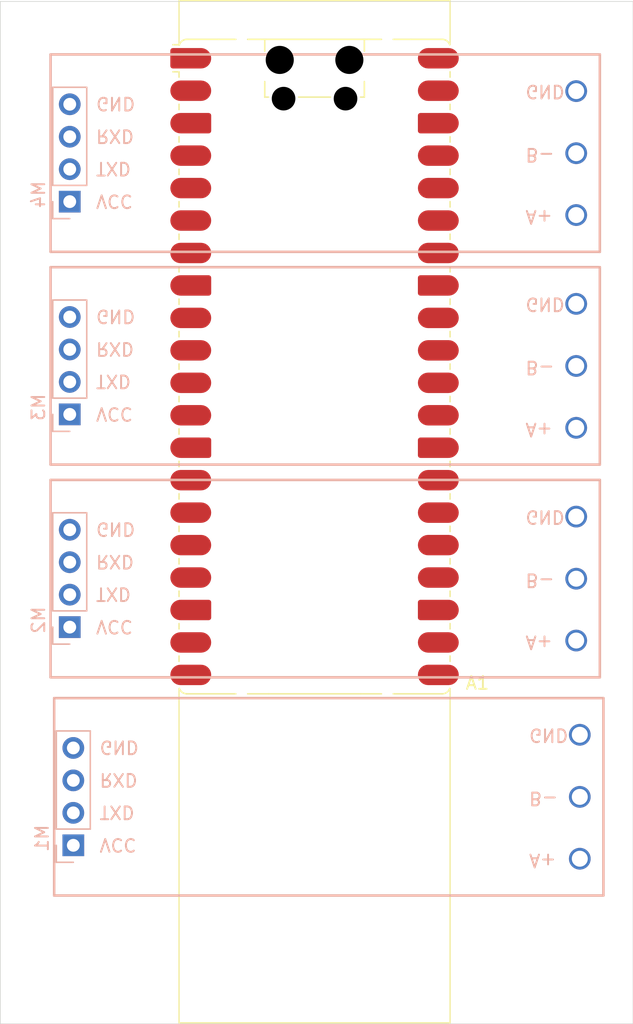
<source format=kicad_pcb>
(kicad_pcb (version 20241229) (generator "pcbnew") (generator_version "9.0")
  (layers (0 "F.Cu" signal) (2 "B.Cu" signal) (13 "F.Paste" user) (15 "B.Paste" user) (5 "F.SilkS" user "F.Silkscreen") (7 "B.SilkS" user "B.Silkscreen") (1 "F.Mask" user) (3 "B.Mask" user) (25 "Edge.Cuts" user))
  (net 0 "")
  (net 10 "Net-(A1-GND-Pad13)")
  (footprint "Module:RaspberryPi_Pico_Common_SMD" (layer "F.Cu") (at 157.315 86.995)
    (property "Reference" "A1" (at 11.7475 24.765 0) (layer "F.SilkS") (effects (justify left)))
    (property "Value" "RaspberryPi_Pico")
    (fp_line (start -10.61 -28.64) (end -10.61 -25.146) (stroke (width 0.1)) (layer "F.SilkS"))
    (fp_line (start -10.61 -23.07) (end -11.09 -23.07) (stroke (width 0.12)) (layer "F.SilkS"))
    (fp_line (start -10.61 -23.07) (end -10.61 -22.65) (stroke (width 0.12)) (layer "F.SilkS"))
    (fp_line (start -10.61 -20.53) (end -10.61 -20.11) (stroke (width 0.12)) (layer "F.SilkS"))
    (fp_line (start -10.61 -17.99) (end -10.61 -17.57) (stroke (width 0.12)) (layer "F.SilkS"))
    (fp_line (start -10.61 -15.45) (end -10.61 -15.03) (stroke (width 0.12)) (layer "F.SilkS"))
    (fp_line (start -10.61 -12.91) (end -10.61 -12.49) (stroke (width 0.12)) (layer "F.SilkS"))
    (fp_line (start -10.61 -10.37) (end -10.61 -9.95) (stroke (width 0.12)) (layer "F.SilkS"))
    (fp_line (start -10.61 -7.83) (end -10.61 -7.41) (stroke (width 0.12)) (layer "F.SilkS"))
    (fp_line (start -10.61 -5.29) (end -10.61 -4.87) (stroke (width 0.12)) (layer "F.SilkS"))
    (fp_line (start -10.61 -2.75) (end -10.61 -2.33) (stroke (width 0.12)) (layer "F.SilkS"))
    (fp_line (start -10.61 -0.21) (end -10.61 0.21) (stroke (width 0.12)) (layer "F.SilkS"))
    (fp_line (start -10.61 2.33) (end -10.61 2.75) (stroke (width 0.12)) (layer "F.SilkS"))
    (fp_line (start -10.61 4.87) (end -10.61 5.29) (stroke (width 0.12)) (layer "F.SilkS"))
    (fp_line (start -10.61 7.41) (end -10.61 7.83) (stroke (width 0.12)) (layer "F.SilkS"))
    (fp_line (start -10.61 9.95) (end -10.61 10.37) (stroke (width 0.12)) (layer "F.SilkS"))
    (fp_line (start -10.61 12.49) (end -10.61 12.91) (stroke (width 0.12)) (layer "F.SilkS"))
    (fp_line (start -10.61 15.03) (end -10.61 15.45) (stroke (width 0.12)) (layer "F.SilkS"))
    (fp_line (start -10.61 17.57) (end -10.61 17.99) (stroke (width 0.12)) (layer "F.SilkS"))
    (fp_line (start -10.61 20.11) (end -10.61 20.53) (stroke (width 0.12)) (layer "F.SilkS"))
    (fp_line (start -10.61 22.65) (end -10.61 23.07) (stroke (width 0.12)) (layer "F.SilkS"))
    (fp_line (start -10.61 51.36) (end -10.61 25.189937) (stroke (width 0.1)) (layer "F.SilkS"))
    (fp_line (start -10.579676 -25.19) (end -11.09 -25.19) (stroke (width 0.12)) (layer "F.SilkS"))
    (fp_line (start -10 -25.61) (end -7.51 -25.61) (stroke (width 0.12)) (layer "F.SilkS"))
    (fp_line (start -10 25.61) (end -6.162061 25.61) (stroke (width 0.12)) (layer "F.SilkS"))
    (fp_line (start -7.51 -25.61) (end -6.16206 -25.61) (stroke (width 0.12)) (layer "F.SilkS"))
    (fp_line (start -5.237939 -25.61) (end -4.235 -25.61) (stroke (width 0.12)) (layer "F.SilkS"))
    (fp_line (start -4.235 -25.61) (end 4.235 -25.61) (stroke (width 0.12)) (layer "F.SilkS"))
    (fp_line (start -3.9 -25.61) (end -3.9 -24.694) (stroke (width 0.12)) (layer "F.SilkS"))
    (fp_line (start -3.9 -22.306) (end -3.9 -21.09) (stroke (width 0.12)) (layer "F.SilkS"))
    (fp_line (start -3.9 -21.09) (end -3.60391 -21.09) (stroke (width 0.12)) (layer "F.SilkS"))
    (fp_line (start -3.6 25.61) (end -5.237939 25.61) (stroke (width 0.12)) (layer "F.SilkS"))
    (fp_line (start -1.24609 -21.09) (end 1.24609 -21.09) (stroke (width 0.12)) (layer "F.SilkS"))
    (fp_line (start 3.6 25.61) (end -3.6 25.61) (stroke (width 0.12)) (layer "F.SilkS"))
    (fp_line (start 3.60391 -21.09) (end 3.9 -21.09) (stroke (width 0.12)) (layer "F.SilkS"))
    (fp_line (start 3.9 -25.61) (end 3.9 -24.694) (stroke (width 0.12)) (layer "F.SilkS"))
    (fp_line (start 3.9 -22.306) (end 3.9 -21.09) (stroke (width 0.12)) (layer "F.SilkS"))
    (fp_line (start 4.235 -25.61) (end 5.237939 -25.61) (stroke (width 0.12)) (layer "F.SilkS"))
    (fp_line (start 5.237939 25.61) (end 3.6 25.61) (stroke (width 0.12)) (layer "F.SilkS"))
    (fp_line (start 6.162061 -25.61) (end 7.51 -25.61) (stroke (width 0.12)) (layer "F.SilkS"))
    (fp_line (start 6.162061 25.61) (end 10 25.61) (stroke (width 0.12)) (layer "F.SilkS"))
    (fp_line (start 10 -25.61) (end 7.51 -25.61) (stroke (width 0.12)) (layer "F.SilkS"))
    (fp_line (start 10.61 -28.64) (end -10.61 -28.64) (stroke (width 0.1)) (layer "F.SilkS"))
    (fp_line (start 10.61 -28.64) (end 10.61 -25.189937) (stroke (width 0.1)) (layer "F.SilkS"))
    (fp_line (start 10.61 -23.07) (end 10.61 -22.65) (stroke (width 0.12)) (layer "F.SilkS"))
    (fp_line (start 10.61 -20.53) (end 10.61 -20.11) (stroke (width 0.12)) (layer "F.SilkS"))
    (fp_line (start 10.61 -17.99) (end 10.61 -17.57) (stroke (width 0.12)) (layer "F.SilkS"))
    (fp_line (start 10.61 -15.45) (end 10.61 -15.03) (stroke (width 0.12)) (layer "F.SilkS"))
    (fp_line (start 10.61 -12.91) (end 10.61 -12.49) (stroke (width 0.12)) (layer "F.SilkS"))
    (fp_line (start 10.61 -10.37) (end 10.61 -9.95) (stroke (width 0.12)) (layer "F.SilkS"))
    (fp_line (start 10.61 -7.83) (end 10.61 -7.41) (stroke (width 0.12)) (layer "F.SilkS"))
    (fp_line (start 10.61 -5.29) (end 10.61 -4.87) (stroke (width 0.12)) (layer "F.SilkS"))
    (fp_line (start 10.61 -2.75) (end 10.61 -2.33) (stroke (width 0.12)) (layer "F.SilkS"))
    (fp_line (start 10.61 -0.21) (end 10.61 0.21) (stroke (width 0.12)) (layer "F.SilkS"))
    (fp_line (start 10.61 2.33) (end 10.61 2.75) (stroke (width 0.12)) (layer "F.SilkS"))
    (fp_line (start 10.61 4.87) (end 10.61 5.29) (stroke (width 0.12)) (layer "F.SilkS"))
    (fp_line (start 10.61 7.41) (end 10.61 7.83) (stroke (width 0.12)) (layer "F.SilkS"))
    (fp_line (start 10.61 9.95) (end 10.61 10.37) (stroke (width 0.12)) (layer "F.SilkS"))
    (fp_line (start 10.61 12.49) (end 10.61 12.91) (stroke (width 0.12)) (layer "F.SilkS"))
    (fp_line (start 10.61 15.03) (end 10.61 15.45) (stroke (width 0.12)) (layer "F.SilkS"))
    (fp_line (start 10.61 17.57) (end 10.61 17.99) (stroke (width 0.12)) (layer "F.SilkS"))
    (fp_line (start 10.61 20.11) (end 10.61 20.53) (stroke (width 0.12)) (layer "F.SilkS"))
    (fp_line (start 10.61 22.65) (end 10.61 23.07) (stroke (width 0.12)) (layer "F.SilkS"))
    (fp_line (start 10.61 25.189937) (end 10.61 51.36) (stroke (width 0.1)) (layer "F.SilkS"))
    (fp_line (start 10.61 51.36) (end -10.61 51.36) (stroke (width 0.1)) (layer "F.SilkS"))
    (fp_arc (start -10.579676 -25.19) (mid -10.357938 -25.493944) (end -10 -25.61) (stroke (width 0.12)) (layer "F.SilkS"))
    (fp_arc (start -10 25.61) (mid -10.357937 25.493944) (end -10.579676 25.189937) (stroke (width 0.12)) (layer "F.SilkS"))
    (fp_arc (start 10 -25.61) (mid 10.357937 -25.493944) (end 10.579676 -25.189937) (stroke (width 0.12)) (layer "F.SilkS"))
    (fp_arc (start 10.579676 25.189937) (mid 10.357946 25.493957) (end 10 25.61) (stroke (width 0.12)) (layer "F.SilkS"))
    (pad "" smd rect (at -8.89 -24.13) (size 3.8 2.2) (drill (offset -0.8 0)) (layers "F.Paste"))
    (pad "" smd rect (at -8.89 -21.59) (size 3.8 2.2) (drill (offset -0.8 0)) (layers "F.Paste"))
    (pad "" smd rect (at -8.89 -19.05) (size 3.8 2.2) (drill (offset -0.8 0)) (layers "F.Paste"))
    (pad "" smd rect (at -8.89 -16.51) (size 3.8 2.2) (drill (offset -0.8 0)) (layers "F.Paste"))
    (pad "" smd rect (at -8.89 -13.97) (size 3.8 2.2) (drill (offset -0.8 0)) (layers "F.Paste"))
    (pad "" smd rect (at -8.89 -11.43) (size 3.8 2.2) (drill (offset -0.8 0)) (layers "F.Paste"))
    (pad "" smd rect (at -8.89 -8.89) (size 3.8 2.2) (drill (offset -0.8 0)) (layers "F.Paste"))
    (pad "" smd rect (at -8.89 -6.35) (size 3.8 2.2) (drill (offset -0.8 0)) (layers "F.Paste"))
    (pad "" smd rect (at -8.89 -3.81) (size 3.8 2.2) (drill (offset -0.8 0)) (layers "F.Paste"))
    (pad "" smd rect (at -8.89 -1.27) (size 3.8 2.2) (drill (offset -0.8 0)) (layers "F.Paste"))
    (pad "" smd rect (at -8.89 1.27) (size 3.8 2.2) (drill (offset -0.8 0)) (layers "F.Paste"))
    (pad "" smd rect (at -8.89 3.81) (size 3.8 2.2) (drill (offset -0.8 0)) (layers "F.Paste"))
    (pad "" smd rect (at -8.89 6.35) (size 3.8 2.2) (drill (offset -0.8 0)) (layers "F.Paste"))
    (pad "" smd rect (at -8.89 8.89) (size 3.8 2.2) (drill (offset -0.8 0)) (layers "F.Paste"))
    (pad "" smd rect (at -8.89 11.43) (size 3.8 2.2) (drill (offset -0.8 0)) (layers "F.Paste"))
    (pad "" smd rect (at -8.89 13.97) (size 3.8 2.2) (drill (offset -0.8 0)) (layers "F.Paste"))
    (pad "" smd rect (at -8.89 16.51) (size 3.8 2.2) (drill (offset -0.8 0)) (layers "F.Paste"))
    (pad "" smd rect (at -8.89 19.05) (size 3.8 2.2) (drill (offset -0.8 0)) (layers "F.Paste"))
    (pad "" smd rect (at -8.89 21.59) (size 3.8 2.2) (drill (offset -0.8 0)) (layers "F.Paste"))
    (pad "" smd rect (at -8.89 24.13) (size 3.8 2.2) (drill (offset -0.8 0)) (layers "F.Paste"))
    (pad "" np_thru_hole circle (at -2.725 -24) (size 2.2 2.2) (drill 2.2) (layers "*.Mask"))
    (pad "" np_thru_hole circle (at -2.425 -20.97) (size 1.85 1.85) (drill 1.85) (layers "*.Mask"))
    (pad "" np_thru_hole circle (at 2.425 -20.97) (size 1.85 1.85) (drill 1.85) (layers "*.Mask"))
    (pad "" np_thru_hole circle (at 2.725 -24) (size 2.2 2.2) (drill 2.2) (layers "*.Mask"))
    (pad "" smd rect (at 8.89 -24.13) (size 3.8 2.2) (drill (offset 0.8 0)) (layers "F.Paste"))
    (pad "" smd rect (at 8.89 -21.59) (size 3.8 2.2) (drill (offset 0.8 0)) (layers "F.Paste"))
    (pad "" smd rect (at 8.89 -19.05) (size 3.8 2.2) (drill (offset 0.8 0)) (layers "F.Paste"))
    (pad "" smd rect (at 8.89 -16.51) (size 3.8 2.2) (drill (offset 0.8 0)) (layers "F.Paste"))
    (pad "" smd rect (at 8.89 -13.97) (size 3.8 2.2) (drill (offset 0.8 0)) (layers "F.Paste"))
    (pad "" smd rect (at 8.89 -11.43) (size 3.8 2.2) (drill (offset 0.8 0)) (layers "F.Paste"))
    (pad "" smd rect (at 8.89 -8.89) (size 3.8 2.2) (drill (offset 0.8 0)) (layers "F.Paste"))
    (pad "" smd rect (at 8.89 -6.35) (size 3.8 2.2) (drill (offset 0.8 0)) (layers "F.Paste"))
    (pad "" smd rect (at 8.89 -3.81) (size 3.8 2.2) (drill (offset 0.8 0)) (layers "F.Paste"))
    (pad "" smd rect (at 8.89 -1.27) (size 3.8 2.2) (drill (offset 0.8 0)) (layers "F.Paste"))
    (pad "" smd rect (at 8.89 1.27) (size 3.8 2.2) (drill (offset 0.8 0)) (layers "F.Paste"))
    (pad "" smd rect (at 8.89 3.81) (size 3.8 2.2) (drill (offset 0.8 0)) (layers "F.Paste"))
    (pad "" smd rect (at 8.89 6.35) (size 3.8 2.2) (drill (offset 0.8 0)) (layers "F.Paste"))
    (pad "" smd rect (at 8.89 8.89) (size 3.8 2.2) (drill (offset 0.8 0)) (layers "F.Paste"))
    (pad "" smd rect (at 8.89 11.43) (size 3.8 2.2) (drill (offset 0.8 0)) (layers "F.Paste"))
    (pad "" smd rect (at 8.89 13.97) (size 3.8 2.2) (drill (offset 0.8 0)) (layers "F.Paste"))
    (pad "" smd rect (at 8.89 16.51) (size 3.8 2.2) (drill (offset 0.8 0)) (layers "F.Paste"))
    (pad "" smd rect (at 8.89 19.05) (size 3.8 2.2) (drill (offset 0.8 0)) (layers "F.Paste"))
    (pad "" smd rect (at 8.89 21.59) (size 3.8 2.2) (drill (offset 0.8 0)) (layers "F.Paste"))
    (pad "" smd rect (at 8.89 24.13) (size 3.8 2.2) (drill (offset 0.8 0)) (layers "F.Paste"))
    (pad "1" smd custom (at -9.69 -24.13) (size 1.6 0.8) (layers "F.Cu" "F.Mask") (options (clearance outline) (anchor rect)) (primitives (gr_circle (center 0.8 0) (end 1.6 0) (width 0) (fill yes)) (gr_poly (pts (xy -1.6 -0.6) (xy -1.6 0.6) (xy -1.4 0.8) (xy 0.8 0.8) (xy 0.8 -0.8) (xy -1.4 -0.8)) (width 0) (fill yes)) (gr_circle (center -1.4 -0.6) (end -1.2 -0.6) (width 0) (fill yes)) (gr_circle (center -1.4 0.6) (end -1.2 0.6) (width 0) (fill yes))))
    (pad "2" smd roundrect (at -9.69 -21.59) (size 3.2 1.6) (layers "F.Cu" "F.Mask") (roundrect_rratio 0.5))
    (pad "3" smd custom (at -9.69 -19.05) (size 1.6 0.8) (layers "F.Cu" "F.Mask") (net 10 "Net-(A1-GND-Pad13)") (options (clearance outline) (anchor rect)) (primitives (gr_circle (center -0.8 0) (end 0 0) (width 0) (fill yes)) (gr_poly (pts (xy 1.6 -0.6) (xy 1.6 0.6) (xy 1.4 0.8) (xy -0.8 0.8) (xy -0.8 -0.8) (xy 1.4 -0.8)) (width 0) (fill yes)) (gr_circle (center 1.4 -0.6) (end 1.6 -0.6) (width 0) (fill yes)) (gr_circle (center 1.4 0.6) (end 1.6 0.6) (width 0) (fill yes))))
    (pad "4" smd roundrect (at -9.69 -16.51) (size 3.2 1.6) (layers "F.Cu" "F.Mask") (roundrect_rratio 0.5))
    (pad "5" smd roundrect (at -9.69 -13.97) (size 3.2 1.6) (layers "F.Cu" "F.Mask") (roundrect_rratio 0.5))
    (pad "6" smd roundrect (at -9.69 -11.43) (size 3.2 1.6) (layers "F.Cu" "F.Mask") (roundrect_rratio 0.5))
    (pad "7" smd roundrect (at -9.69 -8.89) (size 3.2 1.6) (layers "F.Cu" "F.Mask") (roundrect_rratio 0.5))
    (pad "8" smd custom (at -9.69 -6.35) (size 1.6 0.8) (layers "F.Cu" "F.Mask") (net 10 "Net-(A1-GND-Pad13)") (options (clearance outline) (anchor rect)) (primitives (gr_circle (center -0.8 0) (end 0 0) (width 0) (fill yes)) (gr_poly (pts (xy 1.6 -0.6) (xy 1.6 0.6) (xy 1.4 0.8) (xy -0.8 0.8) (xy -0.8 -0.8) (xy 1.4 -0.8)) (width 0) (fill yes)) (gr_circle (center 1.4 -0.6) (end 1.6 -0.6) (width 0) (fill yes)) (gr_circle (center 1.4 0.6) (end 1.6 0.6) (width 0) (fill yes))))
    (pad "9" smd roundrect (at -9.69 -3.81) (size 3.2 1.6) (layers "F.Cu" "F.Mask") (roundrect_rratio 0.5))
    (pad "10" smd roundrect (at -9.69 -1.27) (size 3.2 1.6) (layers "F.Cu" "F.Mask") (roundrect_rratio 0.5))
    (pad "11" smd roundrect (at -9.69 1.27) (size 3.2 1.6) (layers "F.Cu" "F.Mask") (roundrect_rratio 0.5))
    (pad "12" smd roundrect (at -9.69 3.81) (size 3.2 1.6) (layers "F.Cu" "F.Mask") (roundrect_rratio 0.5))
    (pad "13" smd custom (at -9.69 6.35) (size 1.6 0.8) (layers "F.Cu" "F.Mask") (net 10 "Net-(A1-GND-Pad13)") (options (clearance outline) (anchor rect)) (primitives (gr_circle (center -0.8 0) (end 0 0) (width 0) (fill yes)) (gr_poly (pts (xy 1.6 -0.6) (xy 1.6 0.6) (xy 1.4 0.8) (xy -0.8 0.8) (xy -0.8 -0.8) (xy 1.4 -0.8)) (width 0) (fill yes)) (gr_circle (center 1.4 -0.6) (end 1.6 -0.6) (width 0) (fill yes)) (gr_circle (center 1.4 0.6) (end 1.6 0.6) (width 0) (fill yes))))
    (pad "14" smd roundrect (at -9.69 8.89) (size 3.2 1.6) (layers "F.Cu" "F.Mask") (roundrect_rratio 0.5))
    (pad "15" smd roundrect (at -9.69 11.43) (size 3.2 1.6) (layers "F.Cu" "F.Mask") (roundrect_rratio 0.5))
    (pad "16" smd roundrect (at -9.69 13.97) (size 3.2 1.6) (layers "F.Cu" "F.Mask") (roundrect_rratio 0.5))
    (pad "17" smd roundrect (at -9.69 16.51) (size 3.2 1.6) (layers "F.Cu" "F.Mask") (roundrect_rratio 0.5))
    (pad "18" smd custom (at -9.69 19.05) (size 1.6 0.8) (layers "F.Cu" "F.Mask") (net 10 "Net-(A1-GND-Pad13)") (options (clearance outline) (anchor rect)) (primitives (gr_circle (center -0.8 0) (end 0 0) (width 0) (fill yes)) (gr_poly (pts (xy 1.6 -0.6) (xy 1.6 0.6) (xy 1.4 0.8) (xy -0.8 0.8) (xy -0.8 -0.8) (xy 1.4 -0.8)) (width 0) (fill yes)) (gr_circle (center 1.4 -0.6) (end 1.6 -0.6) (width 0) (fill yes)) (gr_circle (center 1.4 0.6) (end 1.6 0.6) (width 0) (fill yes))))
    (pad "19" smd roundrect (at -9.69 21.59) (size 3.2 1.6) (layers "F.Cu" "F.Mask") (roundrect_rratio 0.5))
    (pad "20" smd roundrect (at -9.69 24.13) (size 3.2 1.6) (layers "F.Cu" "F.Mask") (roundrect_rratio 0.5))
    (pad "21" smd roundrect (at 9.69 24.13) (size 3.2 1.6) (layers "F.Cu" "F.Mask") (roundrect_rratio 0.5))
    (pad "22" smd roundrect (at 9.69 21.59) (size 3.2 1.6) (layers "F.Cu" "F.Mask") (roundrect_rratio 0.5))
    (pad "23" smd custom (at 9.69 19.05) (size 1.6 0.8) (layers "F.Cu" "F.Mask") (net 10 "Net-(A1-GND-Pad13)") (options (clearance outline) (anchor rect)) (primitives (gr_circle (center 0.8 0) (end 1.6 0) (width 0) (fill yes)) (gr_poly (pts (xy -1.6 -0.6) (xy -1.6 0.6) (xy -1.4 0.8) (xy 0.8 0.8) (xy 0.8 -0.8) (xy -1.4 -0.8)) (width 0) (fill yes)) (gr_circle (center -1.4 -0.6) (end -1.2 -0.6) (width 0) (fill yes)) (gr_circle (center -1.4 0.6) (end -1.2 0.6) (width 0) (fill yes))))
    (pad "24" smd roundrect (at 9.69 16.51) (size 3.2 1.6) (layers "F.Cu" "F.Mask") (roundrect_rratio 0.5))
    (pad "25" smd roundrect (at 9.69 13.97) (size 3.2 1.6) (layers "F.Cu" "F.Mask") (roundrect_rratio 0.5))
    (pad "26" smd roundrect (at 9.69 11.43) (size 3.2 1.6) (layers "F.Cu" "F.Mask") (roundrect_rratio 0.5))
    (pad "27" smd roundrect (at 9.69 8.89) (size 3.2 1.6) (layers "F.Cu" "F.Mask") (roundrect_rratio 0.5))
    (pad "28" smd custom (at 9.69 6.35) (size 1.6 0.8) (layers "F.Cu" "F.Mask") (net 10 "Net-(A1-GND-Pad13)") (options (clearance outline) (anchor rect)) (primitives (gr_circle (center 0.8 0) (end 1.6 0) (width 0) (fill yes)) (gr_poly (pts (xy -1.6 -0.6) (xy -1.6 0.6) (xy -1.4 0.8) (xy 0.8 0.8) (xy 0.8 -0.8) (xy -1.4 -0.8)) (width 0) (fill yes)) (gr_circle (center -1.4 -0.6) (end -1.2 -0.6) (width 0) (fill yes)) (gr_circle (center -1.4 0.6) (end -1.2 0.6) (width 0) (fill yes))))
    (pad "29" smd roundrect (at 9.69 3.81) (size 3.2 1.6) (layers "F.Cu" "F.Mask") (roundrect_rratio 0.5))
    (pad "30" smd roundrect (at 9.69 1.27) (size 3.2 1.6) (layers "F.Cu" "F.Mask") (roundrect_rratio 0.5))
    (pad "31" smd roundrect (at 9.69 -1.27) (size 3.2 1.6) (layers "F.Cu" "F.Mask") (roundrect_rratio 0.5))
    (pad "32" smd roundrect (at 9.69 -3.81) (size 3.2 1.6) (layers "F.Cu" "F.Mask") (roundrect_rratio 0.5))
    (pad "33" smd custom (at 9.69 -6.35) (size 1.6 0.8) (layers "F.Cu" "F.Mask") (options (clearance outline) (anchor rect)) (primitives (gr_circle (center 0.8 0) (end 1.6 0) (width 0) (fill yes)) (gr_poly (pts (xy -1.6 -0.6) (xy -1.6 0.6) (xy -1.4 0.8) (xy 0.8 0.8) (xy 0.8 -0.8) (xy -1.4 -0.8)) (width 0) (fill yes)) (gr_circle (center -1.4 -0.6) (end -1.2 -0.6) (width 0) (fill yes)) (gr_circle (center -1.4 0.6) (end -1.2 0.6) (width 0) (fill yes))))
    (pad "34" smd roundrect (at 9.69 -8.89) (size 3.2 1.6) (layers "F.Cu" "F.Mask") (roundrect_rratio 0.5))
    (pad "35" smd roundrect (at 9.69 -11.43) (size 3.2 1.6) (layers "F.Cu" "F.Mask") (roundrect_rratio 0.5))
    (pad "36" smd roundrect (at 9.69 -13.97) (size 3.2 1.6) (layers "F.Cu" "F.Mask") (roundrect_rratio 0.5))
    (pad "37" smd roundrect (at 9.69 -16.51) (size 3.2 1.6) (layers "F.Cu" "F.Mask") (roundrect_rratio 0.5))
    (pad "38" smd custom (at 9.69 -19.05) (size 1.6 0.8) (layers "F.Cu" "F.Mask") (net 10 "Net-(A1-GND-Pad13)") (options (clearance outline) (anchor rect)) (primitives (gr_circle (center 0.8 0) (end 1.6 0) (width 0) (fill yes)) (gr_poly (pts (xy -1.6 -0.6) (xy -1.6 0.6) (xy -1.4 0.8) (xy 0.8 0.8) (xy 0.8 -0.8) (xy -1.4 -0.8)) (width 0) (fill yes)) (gr_circle (center -1.4 -0.6) (end -1.2 -0.6) (width 0) (fill yes)) (gr_circle (center -1.4 0.6) (end -1.2 0.6) (width 0) (fill yes))))
    (pad "39" smd roundrect (at 9.69 -21.59) (size 3.2 1.6) (layers "F.Cu" "F.Mask") (roundrect_rratio 0.5))
    (pad "40" smd roundrect (at 9.69 -24.13) (size 3.2 1.6) (layers "F.Cu" "F.Mask") (roundrect_rratio 0.5))
  )
  (footprint "RS485ToTTL:rs485_ttl_module" (layer "B.Cu") (at 138.15 107.385)
    (property "Reference" "M2" (at -2.45 -0.55 90) (layer "B.SilkS") (effects (justify mirror)))
    (property "Value" "rs485_ttl_module")
    (fp_line (start -1.5 -11.52) (end 41.5 -11.52) (stroke (width 0.2)) (layer "B.SilkS"))
    (fp_line (start -1.5 3.93) (end -1.5 -11.52) (stroke (width 0.2)) (layer "B.SilkS"))
    (fp_line (start -1.33 -8.95) (end 1.33 -8.95) (stroke (width 0.12)) (layer "B.SilkS"))
    (fp_line (start -1.33 -1.27) (end -1.33 -8.95) (stroke (width 0.12)) (layer "B.SilkS"))
    (fp_line (start -1.33 -1.27) (end 1.33 -1.27) (stroke (width 0.12)) (layer "B.SilkS"))
    (fp_line (start -1.33 0) (end -1.33 1.33) (stroke (width 0.12)) (layer "B.SilkS"))
    (fp_line (start -1.33 1.33) (end 0 1.33) (stroke (width 0.12)) (layer "B.SilkS"))
    (fp_line (start 1.33 -1.27) (end 1.33 -8.95) (stroke (width 0.12)) (layer "B.SilkS"))
    (fp_line (start 41.5 -11.52) (end 41.5 3.93) (stroke (width 0.2)) (layer "B.SilkS"))
    (fp_line (start 41.5 3.93) (end -1.5 3.93) (stroke (width 0.2)) (layer "B.SilkS"))
    (fp_text user "B-" (at 35.591664 -4.253825 180) (layer "B.SilkS") (effects (justify left bottom mirror)))
    (fp_text user "GND" (at 1.97 -8.26 180) (layer "B.SilkS") (effects (justify left bottom mirror)))
    (fp_text user "TXD" (at 1.97 -3.17 180) (layer "B.SilkS") (effects (justify left bottom mirror)))
    (fp_text user "A+" (at 35.591664 0.6 180) (layer "B.SilkS") (effects (justify left bottom mirror)))
    (fp_text user "GND" (at 35.591664 -9.204584 180) (layer "B.SilkS") (effects (justify left bottom mirror)))
    (fp_text user "VCC" (at 1.97 -0.62 180) (layer "B.SilkS") (effects (justify left bottom mirror)))
    (fp_text user "RXD" (at 1.97 -5.71 180) (layer "B.SilkS") (effects (justify left bottom mirror)))
    (pad "1" thru_hole rect (at 0 0) (size 1.7 1.7) (drill 1) (layers "*.Cu" "*.Mask"))
    (pad "2" thru_hole oval (at 0 -2.54) (size 1.7 1.7) (drill 1) (layers "*.Cu" "*.Mask"))
    (pad "3" thru_hole oval (at 0 -5.08) (size 1.7 1.7) (drill 1) (layers "*.Cu" "*.Mask"))
    (pad "4" thru_hole oval (at 0 -7.62) (size 1.7 1.7) (drill 1) (layers "*.Cu" "*.Mask"))
    (pad "5" thru_hole oval (at 39.65 1.05) (size 1.7 1.7) (drill 1.25) (layers "*.Cu" "*.Mask"))
    (pad "6" thru_hole oval (at 39.65 -3.79) (size 1.7 1.7) (drill 1.25) (layers "*.Cu" "*.Mask"))
    (pad "7" thru_hole oval (at 39.65 -8.65) (size 1.7 1.7) (drill 1.25) (layers "*.Cu" "*.Mask"))
  )
  (footprint "RS485ToTTL:rs485_ttl_module" (layer "B.Cu") (at 138.43 124.46)
    (property "Reference" "M1" (at -2.45 -0.55 90) (layer "B.SilkS") (effects (justify mirror)))
    (property "Value" "rs485_ttl_module")
    (fp_line (start -1.5 -11.52) (end 41.5 -11.52) (stroke (width 0.2)) (layer "B.SilkS"))
    (fp_line (start -1.5 3.93) (end -1.5 -11.52) (stroke (width 0.2)) (layer "B.SilkS"))
    (fp_line (start -1.33 -8.95) (end 1.33 -8.95) (stroke (width 0.12)) (layer "B.SilkS"))
    (fp_line (start -1.33 -1.27) (end -1.33 -8.95) (stroke (width 0.12)) (layer "B.SilkS"))
    (fp_line (start -1.33 -1.27) (end 1.33 -1.27) (stroke (width 0.12)) (layer "B.SilkS"))
    (fp_line (start -1.33 0) (end -1.33 1.33) (stroke (width 0.12)) (layer "B.SilkS"))
    (fp_line (start -1.33 1.33) (end 0 1.33) (stroke (width 0.12)) (layer "B.SilkS"))
    (fp_line (start 1.33 -1.27) (end 1.33 -8.95) (stroke (width 0.12)) (layer "B.SilkS"))
    (fp_line (start 41.5 -11.52) (end 41.5 3.93) (stroke (width 0.2)) (layer "B.SilkS"))
    (fp_line (start 41.5 3.93) (end -1.5 3.93) (stroke (width 0.2)) (layer "B.SilkS"))
    (fp_text user "GND" (at 35.591664 -9.204584 180) (layer "B.SilkS") (effects (justify left bottom mirror)))
    (fp_text user "A+" (at 35.591664 0.6 180) (layer "B.SilkS") (effects (justify left bottom mirror)))
    (fp_text user "GND" (at 1.97 -8.26 180) (layer "B.SilkS") (effects (justify left bottom mirror)))
    (fp_text user "TXD" (at 1.97 -3.17 180) (layer "B.SilkS") (effects (justify left bottom mirror)))
    (fp_text user "RXD" (at 1.97 -5.71 180) (layer "B.SilkS") (effects (justify left bottom mirror)))
    (fp_text user "B-" (at 35.591664 -4.253825 180) (layer "B.SilkS") (effects (justify left bottom mirror)))
    (fp_text user "VCC" (at 1.97 -0.62 180) (layer "B.SilkS") (effects (justify left bottom mirror)))
    (pad "1" thru_hole rect (at 0 0) (size 1.7 1.7) (drill 1) (layers "*.Cu" "*.Mask"))
    (pad "2" thru_hole oval (at 0 -2.54) (size 1.7 1.7) (drill 1) (layers "*.Cu" "*.Mask"))
    (pad "3" thru_hole oval (at 0 -5.08) (size 1.7 1.7) (drill 1) (layers "*.Cu" "*.Mask"))
    (pad "4" thru_hole oval (at 0 -7.62) (size 1.7 1.7) (drill 1) (layers "*.Cu" "*.Mask"))
    (pad "5" thru_hole oval (at 39.65 1.05) (size 1.7 1.7) (drill 1.25) (layers "*.Cu" "*.Mask"))
    (pad "6" thru_hole oval (at 39.65 -3.79) (size 1.7 1.7) (drill 1.25) (layers "*.Cu" "*.Mask"))
    (pad "7" thru_hole oval (at 39.65 -8.65) (size 1.7 1.7) (drill 1.25) (layers "*.Cu" "*.Mask"))
  )
  (footprint "RS485ToTTL:rs485_ttl_module" (layer "B.Cu") (at 138.15 90.735)
    (property "Reference" "M3" (at -2.45 -0.55 90) (layer "B.SilkS") (effects (justify mirror)))
    (property "Value" "rs485_ttl_module")
    (fp_line (start -1.5 -11.52) (end 41.5 -11.52) (stroke (width 0.2)) (layer "B.SilkS"))
    (fp_line (start -1.5 3.93) (end -1.5 -11.52) (stroke (width 0.2)) (layer "B.SilkS"))
    (fp_line (start -1.33 -8.95) (end 1.33 -8.95) (stroke (width 0.12)) (layer "B.SilkS"))
    (fp_line (start -1.33 -1.27) (end -1.33 -8.95) (stroke (width 0.12)) (layer "B.SilkS"))
    (fp_line (start -1.33 -1.27) (end 1.33 -1.27) (stroke (width 0.12)) (layer "B.SilkS"))
    (fp_line (start -1.33 0) (end -1.33 1.33) (stroke (width 0.12)) (layer "B.SilkS"))
    (fp_line (start -1.33 1.33) (end 0 1.33) (stroke (width 0.12)) (layer "B.SilkS"))
    (fp_line (start 1.33 -1.27) (end 1.33 -8.95) (stroke (width 0.12)) (layer "B.SilkS"))
    (fp_line (start 41.5 -11.52) (end 41.5 3.93) (stroke (width 0.2)) (layer "B.SilkS"))
    (fp_line (start 41.5 3.93) (end -1.5 3.93) (stroke (width 0.2)) (layer "B.SilkS"))
    (fp_text user "A+" (at 35.591664 0.6 180) (layer "B.SilkS") (effects (justify left bottom mirror)))
    (fp_text user "TXD" (at 1.97 -3.17 180) (layer "B.SilkS") (effects (justify left bottom mirror)))
    (fp_text user "B-" (at 35.591664 -4.253825 180) (layer "B.SilkS") (effects (justify left bottom mirror)))
    (fp_text user "GND" (at 35.591664 -9.204584 180) (layer "B.SilkS") (effects (justify left bottom mirror)))
    (fp_text user "GND" (at 1.97 -8.26 180) (layer "B.SilkS") (effects (justify left bottom mirror)))
    (fp_text user "VCC" (at 1.97 -0.62 180) (layer "B.SilkS") (effects (justify left bottom mirror)))
    (fp_text user "RXD" (at 1.97 -5.71 180) (layer "B.SilkS") (effects (justify left bottom mirror)))
    (pad "1" thru_hole rect (at 0 0) (size 1.7 1.7) (drill 1) (layers "*.Cu" "*.Mask"))
    (pad "2" thru_hole oval (at 0 -2.54) (size 1.7 1.7) (drill 1) (layers "*.Cu" "*.Mask"))
    (pad "3" thru_hole oval (at 0 -5.08) (size 1.7 1.7) (drill 1) (layers "*.Cu" "*.Mask"))
    (pad "4" thru_hole oval (at 0 -7.62) (size 1.7 1.7) (drill 1) (layers "*.Cu" "*.Mask"))
    (pad "5" thru_hole oval (at 39.65 1.05) (size 1.7 1.7) (drill 1.25) (layers "*.Cu" "*.Mask"))
    (pad "6" thru_hole oval (at 39.65 -3.79) (size 1.7 1.7) (drill 1.25) (layers "*.Cu" "*.Mask"))
    (pad "7" thru_hole oval (at 39.65 -8.65) (size 1.7 1.7) (drill 1.25) (layers "*.Cu" "*.Mask"))
  )
  (footprint "RS485ToTTL:rs485_ttl_module" (layer "B.Cu") (at 138.15 74.085)
    (property "Reference" "M4" (at -2.45 -0.55 90) (layer "B.SilkS") (effects (justify mirror)))
    (property "Value" "rs485_ttl_module")
    (fp_line (start -1.5 -11.52) (end 41.5 -11.52) (stroke (width 0.2)) (layer "B.SilkS"))
    (fp_line (start -1.5 3.93) (end -1.5 -11.52) (stroke (width 0.2)) (layer "B.SilkS"))
    (fp_line (start -1.33 -8.95) (end 1.33 -8.95) (stroke (width 0.12)) (layer "B.SilkS"))
    (fp_line (start -1.33 -1.27) (end -1.33 -8.95) (stroke (width 0.12)) (layer "B.SilkS"))
    (fp_line (start -1.33 -1.27) (end 1.33 -1.27) (stroke (width 0.12)) (layer "B.SilkS"))
    (fp_line (start -1.33 0) (end -1.33 1.33) (stroke (width 0.12)) (layer "B.SilkS"))
    (fp_line (start -1.33 1.33) (end 0 1.33) (stroke (width 0.12)) (layer "B.SilkS"))
    (fp_line (start 1.33 -1.27) (end 1.33 -8.95) (stroke (width 0.12)) (layer "B.SilkS"))
    (fp_line (start 41.5 -11.52) (end 41.5 3.93) (stroke (width 0.2)) (layer "B.SilkS"))
    (fp_line (start 41.5 3.93) (end -1.5 3.93) (stroke (width 0.2)) (layer "B.SilkS"))
    (fp_text user "A+" (at 35.591664 0.6 180) (layer "B.SilkS") (effects (justify left bottom mirror)))
    (fp_text user "VCC" (at 1.97 -0.62 180) (layer "B.SilkS") (effects (justify left bottom mirror)))
    (fp_text user "TXD" (at 1.97 -3.17 180) (layer "B.SilkS") (effects (justify left bottom mirror)))
    (fp_text user "B-" (at 35.591664 -4.253825 180) (layer "B.SilkS") (effects (justify left bottom mirror)))
    (fp_text user "GND" (at 35.591664 -9.204584 180) (layer "B.SilkS") (effects (justify left bottom mirror)))
    (fp_text user "RXD" (at 1.97 -5.71 180) (layer "B.SilkS") (effects (justify left bottom mirror)))
    (fp_text user "GND" (at 1.97 -8.26 180) (layer "B.SilkS") (effects (justify left bottom mirror)))
    (pad "1" thru_hole rect (at 0 0) (size 1.7 1.7) (drill 1) (layers "*.Cu" "*.Mask"))
    (pad "2" thru_hole oval (at 0 -2.54) (size 1.7 1.7) (drill 1) (layers "*.Cu" "*.Mask"))
    (pad "3" thru_hole oval (at 0 -5.08) (size 1.7 1.7) (drill 1) (layers "*.Cu" "*.Mask"))
    (pad "4" thru_hole oval (at 0 -7.62) (size 1.7 1.7) (drill 1) (layers "*.Cu" "*.Mask"))
    (pad "5" thru_hole oval (at 39.65 1.05) (size 1.7 1.7) (drill 1.25) (layers "*.Cu" "*.Mask"))
    (pad "6" thru_hole oval (at 39.65 -3.79) (size 1.7 1.7) (drill 1.25) (layers "*.Cu" "*.Mask"))
    (pad "7" thru_hole oval (at 39.65 -8.65) (size 1.7 1.7) (drill 1.25) (layers "*.Cu" "*.Mask"))
  )
  (gr_line (start 182.245 138.43) (end 182.245 58.42) (stroke (width 0.05)) (layer "Edge.Cuts"))
  (gr_line (start 167.64 138.43) (end 182.245 138.43) (stroke (width 0.05)) (layer "Edge.Cuts"))
  (gr_line (start 132.715 58.42) (end 132.715 138.43) (stroke (width 0.05)) (layer "Edge.Cuts"))
  (gr_line (start 182.245 58.42) (end 132.715 58.42) (stroke (width 0.05)) (layer "Edge.Cuts"))
  (gr_line (start 132.715 138.43) (end 167.64 138.43) (stroke (width 0.05)) (layer "Edge.Cuts"))
)
</source>
